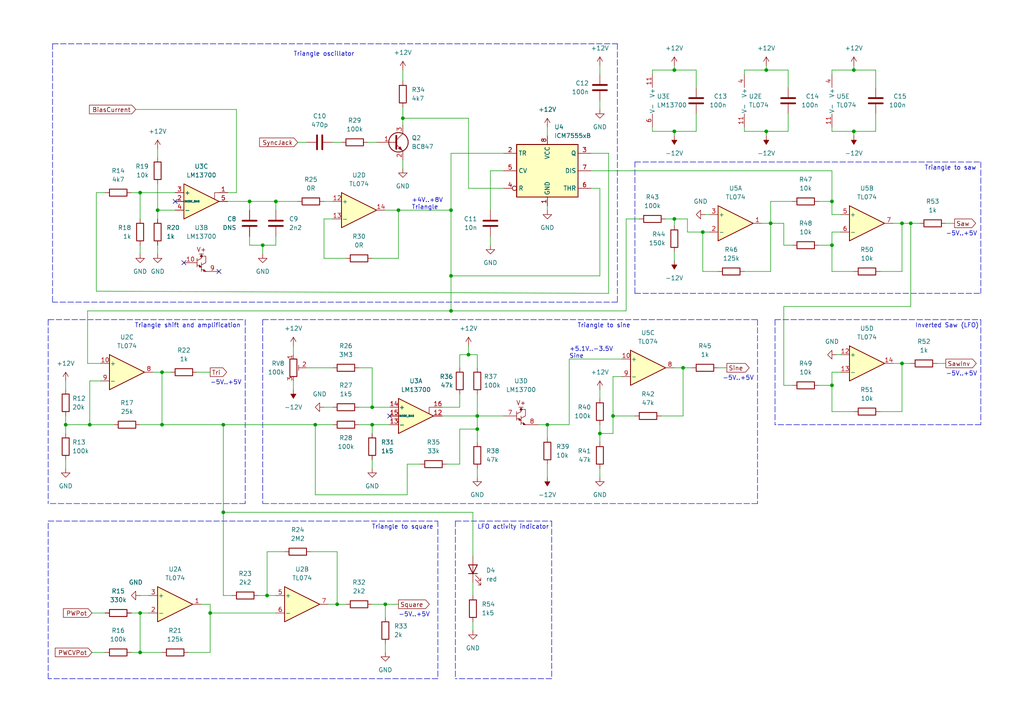
<source format=kicad_sch>
(kicad_sch (version 20211123) (generator eeschema)
  (paper "A4")
  (title_block (title "Oscillator") (date "2022-12-30") (rev "Rev. 1"))
  (lib_symbols
    (symbol "Amplifier_Operational:LM13700" (pin_names (offset 0.127))
      (property "Reference" "U" (at 3.81 5.08 0))
      (property "Value" "LM13700" (at 5.08 -5.08 0))
      (symbol "LM13700_1_1"
        (pin output line (at 7.62 0 180) (length 2.54) (name "~") (number "12"))
        (pin input line (at -7.62 2.54 0) (length 2.54) (name "-") (number "13"))
        (pin input line (at -7.62 -2.54 0) (length 2.54) (name "+") (number "14"))
        (pin input line (at -7.62 0 0) (length 2.54) (name "DIODE_BIAS") (number "15"))
        (pin input line (at 7.62 -2.54 180) (length 2.54) (name "~") (number "16"))
      )
      (symbol "LM13700_2_1"
        (text "V+" (at -2.54 3.81 0) (effects (font (size 1.27 1.27))))
        (pin input line (at -7.62 0 0) (length 3.81) (name "~") (number "10"))
        (pin output line (at 2.54 -2.54 180) (length 3.81) (name "~") (number "9"))
      )
      (symbol "LM13700_3_1"
        (pin input line (at 7.62 -2.54 180) (length 2.54) (name "~") (number "1"))
        (pin input line (at -7.62 0 0) (length 2.54) (name "DIODE_BIAS") (number "2"))
        (pin input line (at -7.62 -2.54 0) (length 2.54) (name "+") (number "3"))
        (pin input line (at -7.62 2.54 0) (length 2.54) (name "-") (number "4"))
        (pin output line (at 7.62 0 180) (length 2.54) (name "~") (number "5"))
      )
      (symbol "LM13700_4_0"
        (text "V+" (at -2.54 3.81 0) (effects (font (size 1.27 1.27))))
      )
      (symbol "LM13700_4_1"
        (pin input line (at -7.62 0 0) (length 3.81) (name "~") (number "7"))
        (pin output line (at 2.54 -2.54 180) (length 3.81) (name "~") (number "8"))
      )
      (symbol "LM13700_5_1"
        (pin power_in line (at -2.54 7.62 270) (length 3.81) (name "V+") (number "11"))
        (pin power_in line (at -2.54 -7.62 90) (length 3.81) (name "V-") (number "6"))
      )
    )
    (symbol "Amplifier_Operational:TL074" (pin_names (offset 0.127))
      (property "Reference" "U" (at 0 5.08 0))
      (property "Value" "TL074" (at 0 -5.08 0))
      (symbol "TL074_1_1"
        (pin output line (at 7.62 0 180) (length 2.54) (name "~") (number "1"))
        (pin input line (at -7.62 -2.54 0) (length 2.54) (name "-") (number "2"))
        (pin input line (at -7.62 2.54 0) (length 2.54) (name "+") (number "3"))
      )
      (symbol "TL074_2_1"
        (pin input line (at -7.62 2.54 0) (length 2.54) (name "+") (number "5"))
        (pin input line (at -7.62 -2.54 0) (length 2.54) (name "-") (number "6"))
        (pin output line (at 7.62 0 180) (length 2.54) (name "~") (number "7"))
      )
      (symbol "TL074_3_1"
        (pin input line (at -7.62 2.54 0) (length 2.54) (name "+") (number "10"))
        (pin output line (at 7.62 0 180) (length 2.54) (name "~") (number "8"))
        (pin input line (at -7.62 -2.54 0) (length 2.54) (name "-") (number "9"))
      )
      (symbol "TL074_4_1"
        (pin input line (at -7.62 2.54 0) (length 2.54) (name "+") (number "12"))
        (pin input line (at -7.62 -2.54 0) (length 2.54) (name "-") (number "13"))
        (pin output line (at 7.62 0 180) (length 2.54) (name "~") (number "14"))
      )
      (symbol "TL074_5_1"
        (pin power_in line (at -2.54 -7.62 90) (length 3.81) (name "V-") (number "11"))
        (pin power_in line (at -2.54 7.62 270) (length 3.81) (name "V+") (number "4"))
      )
    )
    (symbol "Device:C" (pin_numbers hide) (pin_names (offset 0.254))
      (property "Reference" "C" (at 0.635 2.54 0))
      (property "Value" "C" (at 0.635 -2.54 0))
      (symbol "C_1_1"
        (pin passive line (at 0 3.81 270) (length 2.794) (name "~") (number "1"))
        (pin passive line (at 0 -3.81 90) (length 2.794) (name "~") (number "2"))
      )
    )
    (symbol "Device:LED" (pin_numbers hide) (pin_names (offset 1.016) hide)
      (property "Reference" "D" (at 0 2.54 0))
      (property "Value" "LED" (at 0 -2.54 0))
      (symbol "LED_1_1"
        (pin passive line (at -3.81 0 0) (length 2.54) (name "K") (number "1"))
        (pin passive line (at 3.81 0 180) (length 2.54) (name "A") (number "2"))
      )
    )
    (symbol "Device:R" (pin_numbers hide) (pin_names (offset 0))
      (property "Reference" "R" (at 2.032 0 90))
      (property "Value" "R" (at 0 0 90))
      (symbol "R_1_1"
        (pin passive line (at 0 3.81 270) (length 1.27) (name "~") (number "1"))
        (pin passive line (at 0 -3.81 90) (length 1.27) (name "~") (number "2"))
      )
    )
    (symbol "Device:R_Potentiometer_Trim" (pin_names (offset 1.016) hide)
      (property "Reference" "RV" (at -4.445 0 90))
      (property "Value" "R_Potentiometer_Trim" (at -2.54 0 90))
      (symbol "R_Potentiometer_Trim_1_1"
        (pin passive line (at 0 3.81 270) (length 1.27) (name "1") (number "1"))
        (pin passive line (at 3.81 0 180) (length 1.27) (name "2") (number "2"))
        (pin passive line (at 0 -3.81 90) (length 1.27) (name "3") (number "3"))
      )
    )
    (symbol "Timer:ICM7555xB"
      (property "Reference" "U" (at -10.16 8.89 0))
      (property "Value" "ICM7555xB" (at 2.54 8.89 0))
      (symbol "ICM7555xB_0_0"
        (pin power_in line (at 0 -10.16 90) (length 2.54) (name "GND") (number "1"))
        (pin power_in line (at 0 10.16 270) (length 2.54) (name "VCC") (number "8"))
      )
      (symbol "ICM7555xB_1_1"
        (pin input line (at -12.7 5.08 0) (length 3.81) (name "TR") (number "2"))
        (pin output line (at 12.7 5.08 180) (length 3.81) (name "Q") (number "3"))
        (pin input inverted (at -12.7 -5.08 0) (length 3.81) (name "R") (number "4"))
        (pin input line (at -12.7 0 0) (length 3.81) (name "CV") (number "5"))
        (pin input line (at 12.7 -5.08 180) (length 3.81) (name "THR") (number "6"))
        (pin input line (at 12.7 0 180) (length 3.81) (name "DIS") (number "7"))
      )
    )
    (symbol "Transistor_BJT:BC847" (pin_names (offset 0) hide)
      (property "Reference" "Q" (at 5.08 1.905 0))
      (property "Value" "BC847" (at 5.08 0 0))
      (symbol "BC847_1_1"
        (pin input line (at -5.08 0 0) (length 5.715) (name "B") (number "1"))
        (pin passive line (at 2.54 -5.08 90) (length 2.54) (name "E") (number "2"))
        (pin passive line (at 2.54 5.08 270) (length 2.54) (name "C") (number "3"))
      )
    )
    (symbol "power:+12V" (power) (pin_names (offset 0))
      (property "Value" "+12V" (at 0 3.556 0))
      (symbol "+12V_1_1"
        (pin power_in line (at 0 0 90) (length 0) hide (name "+12V") (number "1"))
      )
    )
    (symbol "power:-12V" (power) (pin_names (offset 0))
      (property "Value" "-12V" (at 0 3.81 0))
      (symbol "-12V_0_0"
        (pin power_in line (at 0 0 90) (length 0) hide (name "-12V") (number "1"))
      )
    )
    (symbol "power:GND" (power) (pin_names (offset 0))
      (property "Value" "GND" (at 0 -3.81 0))
      (symbol "GND_1_1"
        (pin power_in line (at 0 0 270) (length 0) hide (name "GND") (number "1"))
      )
    )
  )
  (junction (at 247.65 38.1))
  (junction (at 247.65 20.32))
  (junction (at 130.81 80.01))
  (junction (at 107.95 118.11))
  (junction (at 241.3 58.42))
  (junction (at 173.99 125.73))
  (junction (at 64.77 123.19))
  (junction (at 60.96 177.8))
  (junction (at 138.43 124.46))
  (junction (at 241.3 111.76))
  (junction (at 115.57 60.96))
  (junction (at 40.64 177.8))
  (junction (at 195.58 38.1))
  (junction (at 46.99 123.19))
  (junction (at 107.95 123.19))
  (junction (at 45.72 60.96))
  (junction (at 64.77 148.59))
  (junction (at 138.43 120.65))
  (junction (at 80.01 58.42))
  (junction (at 222.25 38.1))
  (junction (at 130.81 60.96))
  (junction (at 158.75 123.19))
  (junction (at 91.44 123.19))
  (junction (at 261.62 64.77))
  (junction (at 222.25 20.32))
  (junction (at 26.035 123.19))
  (junction (at 177.8 120.65))
  (junction (at 130.81 90.17))
  (junction (at 77.47 172.72))
  (junction (at 261.62 105.41))
  (junction (at 203.835 67.31))
  (junction (at 72.39 58.42))
  (junction (at 76.2 71.12))
  (junction (at 46.99 107.95))
  (junction (at 40.64 55.88))
  (junction (at 223.52 64.77))
  (junction (at 40.64 189.23))
  (junction (at 19.05 123.19))
  (junction (at 116.84 34.29))
  (junction (at 195.58 20.32))
  (junction (at 135.89 102.87))
  (junction (at 198.12 106.68))
  (junction (at 111.76 175.26))
  (junction (at 241.3 71.12))
  (junction (at 97.79 175.26))
  (junction (at 264.16 64.77))
  (junction (at 195.58 63.5))
  (no_connect (at 113.03 120.65))
  (no_connect (at 63.5 78.74))
  (no_connect (at 53.34 76.2))
  (no_connect (at 50.8 58.42))
  (wire (pts (xy 38.1 177.8) (xy 40.64 177.8)))
  (wire (pts (xy 241.3 58.42) (xy 241.3 62.23)))
  (wire (pts (xy 223.52 78.74) (xy 223.52 64.77)))
  (wire (pts (xy 72.39 58.42) (xy 72.39 60.96)))
  (wire (pts (xy 138.43 138.43) (xy 138.43 135.89)))
  (wire (pts (xy 39.37 31.75) (xy 68.58 31.75)))
  (wire (pts (xy 195.58 73.025) (xy 195.58 75.565)))
  (wire (pts (xy 229.87 111.76) (xy 227.33 111.76)))
  (polyline (pts (xy 15.24 12.7) (xy 15.24 87.63)))
  (wire (pts (xy 177.8 125.73) (xy 177.8 120.65)))
  (wire (pts (xy 111.76 175.26) (xy 115.57 175.26)))
  (wire (pts (xy 215.9 36.83) (xy 215.9 38.1)))
  (wire (pts (xy 142.24 49.53) (xy 146.05 49.53)))
  (wire (pts (xy 90.17 160.02) (xy 97.79 160.02)))
  (wire (pts (xy 116.84 31.115) (xy 116.84 34.29)))
  (wire (pts (xy 165.1 104.14) (xy 180.34 104.14)))
  (wire (pts (xy 137.16 180.34) (xy 137.16 182.88)))
  (wire (pts (xy 247.65 38.1) (xy 247.65 39.37)))
  (wire (pts (xy 255.27 78.74) (xy 261.62 78.74)))
  (wire (pts (xy 135.89 102.87) (xy 138.43 102.87)))
  (wire (pts (xy 241.3 20.32) (xy 241.3 21.59)))
  (wire (pts (xy 228.6 38.1) (xy 228.6 33.02)))
  (wire (pts (xy 77.47 172.72) (xy 80.01 172.72)))
  (wire (pts (xy 173.99 125.73) (xy 173.99 128.27)))
  (wire (pts (xy 227.33 88.9) (xy 264.16 88.9)))
  (wire (pts (xy 201.93 33.02) (xy 201.93 38.1)))
  (wire (pts (xy 93.98 63.5) (xy 93.98 74.93)))
  (wire (pts (xy 138.43 120.65) (xy 138.43 124.46)))
  (wire (pts (xy 223.52 58.42) (xy 229.87 58.42)))
  (wire (pts (xy 118.11 134.62) (xy 121.92 134.62)))
  (wire (pts (xy 72.39 71.12) (xy 76.2 71.12)))
  (wire (pts (xy 181.61 63.5) (xy 181.61 90.17)))
  (wire (pts (xy 115.57 60.96) (xy 130.81 60.96)))
  (wire (pts (xy 173.99 113.03) (xy 173.99 115.57)))
  (wire (pts (xy 77.47 172.72) (xy 77.47 160.02)))
  (wire (pts (xy 241.3 111.76) (xy 241.3 119.38)))
  (wire (pts (xy 177.8 120.65) (xy 177.8 109.22)))
  (wire (pts (xy 118.11 143.51) (xy 118.11 134.62)))
  (wire (pts (xy 96.52 63.5) (xy 93.98 63.5)))
  (wire (pts (xy 173.99 19.05) (xy 173.99 21.59)))
  (wire (pts (xy 64.77 123.19) (xy 91.44 123.19)))
  (wire (pts (xy 199.39 67.31) (xy 203.835 67.31)))
  (wire (pts (xy 74.93 172.72) (xy 77.47 172.72)))
  (wire (pts (xy 19.05 123.19) (xy 26.035 123.19)))
  (wire (pts (xy 138.43 102.87) (xy 138.43 106.68)))
  (wire (pts (xy 27.94 84.455) (xy 176.53 85.09)))
  (wire (pts (xy 255.27 119.38) (xy 261.62 119.38)))
  (wire (pts (xy 64.77 148.59) (xy 137.16 148.59)))
  (wire (pts (xy 72.39 68.58) (xy 72.39 71.12)))
  (polyline (pts (xy 13.97 196.85) (xy 13.97 151.13)))
  (wire (pts (xy 203.835 67.31) (xy 203.835 78.74)))
  (wire (pts (xy 80.01 60.96) (xy 80.01 58.42)))
  (wire (pts (xy 133.35 102.87) (xy 135.89 102.87)))
  (wire (pts (xy 201.93 38.1) (xy 195.58 38.1)))
  (wire (pts (xy 85.09 100.33) (xy 85.09 102.87)))
  (wire (pts (xy 208.28 106.68) (xy 210.82 106.68)))
  (wire (pts (xy 158.75 36.83) (xy 158.75 39.37)))
  (wire (pts (xy 93.98 58.42) (xy 96.52 58.42)))
  (wire (pts (xy 237.49 111.76) (xy 241.3 111.76)))
  (wire (pts (xy 80.01 58.42) (xy 86.36 58.42)))
  (wire (pts (xy 107.95 175.26) (xy 111.76 175.26)))
  (wire (pts (xy 46.99 107.95) (xy 44.45 107.95)))
  (wire (pts (xy 247.65 20.32) (xy 241.3 20.32)))
  (wire (pts (xy 40.64 55.88) (xy 50.8 55.88)))
  (polyline (pts (xy 219.71 146.05) (xy 76.2 146.05)))
  (wire (pts (xy 38.1 55.88) (xy 40.64 55.88)))
  (wire (pts (xy 137.16 148.59) (xy 137.16 161.29)))
  (wire (pts (xy 264.16 88.9) (xy 264.16 64.77)))
  (wire (pts (xy 199.39 67.31) (xy 199.39 63.5)))
  (wire (pts (xy 19.05 120.65) (xy 19.05 123.19)))
  (wire (pts (xy 254 20.32) (xy 247.65 20.32)))
  (wire (pts (xy 113.03 118.11) (xy 107.95 118.11)))
  (wire (pts (xy 91.44 123.19) (xy 96.52 123.19)))
  (wire (pts (xy 72.39 58.42) (xy 80.01 58.42)))
  (polyline (pts (xy 13.97 151.13) (xy 127 151.13)))
  (wire (pts (xy 227.33 64.77) (xy 227.33 71.12)))
  (wire (pts (xy 203.835 78.74) (xy 208.28 78.74)))
  (wire (pts (xy 45.72 53.34) (xy 45.72 60.96)))
  (wire (pts (xy 137.16 168.91) (xy 137.16 172.72)))
  (wire (pts (xy 237.49 71.12) (xy 241.3 71.12)))
  (wire (pts (xy 274.32 64.77) (xy 276.86 64.77)))
  (wire (pts (xy 227.33 111.76) (xy 227.33 88.9)))
  (wire (pts (xy 26.67 189.23) (xy 30.48 189.23)))
  (polyline (pts (xy 284.48 123.19) (xy 224.79 123.19)))
  (wire (pts (xy 130.81 80.01) (xy 173.99 80.01)))
  (wire (pts (xy 60.96 175.26) (xy 58.42 175.26)))
  (wire (pts (xy 57.15 107.95) (xy 60.96 107.95)))
  (wire (pts (xy 97.79 175.26) (xy 95.25 175.26)))
  (polyline (pts (xy 71.12 92.71) (xy 71.12 146.05)))
  (wire (pts (xy 104.14 123.19) (xy 107.95 123.19)))
  (polyline (pts (xy 160.02 196.85) (xy 132.08 196.85)))
  (wire (pts (xy 46.99 123.19) (xy 46.99 107.95)))
  (wire (pts (xy 60.96 177.8) (xy 80.01 177.8)))
  (polyline (pts (xy 160.02 151.13) (xy 160.02 196.85)))
  (wire (pts (xy 185.42 63.5) (xy 181.61 63.5)))
  (wire (pts (xy 116.84 34.29) (xy 135.89 34.29)))
  (wire (pts (xy 198.12 120.65) (xy 198.12 106.68)))
  (wire (pts (xy 142.24 68.58) (xy 142.24 71.12)))
  (wire (pts (xy 261.62 64.77) (xy 264.16 64.77)))
  (polyline (pts (xy 127 196.85) (xy 13.97 196.85)))
  (polyline (pts (xy 284.48 46.99) (xy 284.48 85.09)))
  (wire (pts (xy 26.035 110.49) (xy 29.21 110.49)))
  (wire (pts (xy 135.89 102.87) (xy 135.89 100.33)))
  (wire (pts (xy 19.05 113.03) (xy 19.05 110.49)))
  (wire (pts (xy 76.2 71.12) (xy 76.2 73.66)))
  (wire (pts (xy 97.79 160.02) (xy 97.79 175.26)))
  (wire (pts (xy 97.79 175.26) (xy 100.33 175.26)))
  (wire (pts (xy 45.72 60.96) (xy 50.8 60.96)))
  (wire (pts (xy 195.58 106.68) (xy 198.12 106.68)))
  (wire (pts (xy 191.77 120.65) (xy 198.12 120.65)))
  (wire (pts (xy 106.68 41.275) (xy 109.22 41.275)))
  (wire (pts (xy 195.58 38.1) (xy 189.23 38.1)))
  (wire (pts (xy 173.99 54.61) (xy 173.99 80.01)))
  (wire (pts (xy 40.64 55.88) (xy 40.64 63.5)))
  (wire (pts (xy 46.99 123.19) (xy 64.77 123.19)))
  (wire (pts (xy 80.01 71.12) (xy 80.01 68.58)))
  (wire (pts (xy 133.35 134.62) (xy 133.35 124.46)))
  (wire (pts (xy 107.95 106.68) (xy 107.95 118.11)))
  (polyline (pts (xy 15.24 12.7) (xy 179.07 12.7)))
  (wire (pts (xy 40.64 177.8) (xy 43.18 177.8)))
  (wire (pts (xy 173.99 123.19) (xy 173.99 125.73)))
  (wire (pts (xy 158.75 138.43) (xy 158.75 134.62)))
  (wire (pts (xy 222.25 38.1) (xy 222.25 39.37)))
  (wire (pts (xy 215.9 78.74) (xy 223.52 78.74)))
  (polyline (pts (xy 76.2 92.71) (xy 76.2 146.05)))
  (wire (pts (xy 115.57 60.96) (xy 111.76 60.96)))
  (polyline (pts (xy 184.15 46.99) (xy 284.48 46.99)))
  (wire (pts (xy 107.95 74.93) (xy 115.57 74.93)))
  (wire (pts (xy 228.6 20.32) (xy 222.25 20.32)))
  (wire (pts (xy 195.58 38.1) (xy 195.58 39.37)))
  (wire (pts (xy 25.4 105.41) (xy 29.21 105.41)))
  (wire (pts (xy 177.8 109.22) (xy 180.34 109.22)))
  (wire (pts (xy 91.44 123.19) (xy 91.44 143.51)))
  (wire (pts (xy 45.72 71.12) (xy 45.72 73.66)))
  (wire (pts (xy 26.035 123.19) (xy 33.02 123.19)))
  (wire (pts (xy 45.72 43.18) (xy 45.72 45.72)))
  (wire (pts (xy 261.62 64.77) (xy 259.08 64.77)))
  (wire (pts (xy 254 25.4) (xy 254 20.32)))
  (wire (pts (xy 158.75 59.69) (xy 158.75 60.96)))
  (wire (pts (xy 26.035 110.49) (xy 26.035 123.19)))
  (wire (pts (xy 138.43 124.46) (xy 138.43 128.27)))
  (polyline (pts (xy 71.12 146.05) (xy 13.97 146.05)))
  (wire (pts (xy 30.48 55.88) (xy 27.94 55.88)))
  (wire (pts (xy 129.54 134.62) (xy 133.35 134.62)))
  (wire (pts (xy 222.25 38.1) (xy 228.6 38.1)))
  (wire (pts (xy 195.58 63.5) (xy 193.04 63.5)))
  (polyline (pts (xy 179.07 87.63) (xy 15.24 87.63)))
  (wire (pts (xy 128.27 118.11) (xy 133.35 118.11)))
  (wire (pts (xy 241.3 119.38) (xy 247.65 119.38)))
  (wire (pts (xy 25.4 90.17) (xy 130.81 90.17)))
  (wire (pts (xy 135.89 54.61) (xy 146.05 54.61)))
  (wire (pts (xy 173.99 29.21) (xy 173.99 31.75)))
  (wire (pts (xy 237.49 58.42) (xy 241.3 58.42)))
  (wire (pts (xy 40.64 189.23) (xy 46.99 189.23)))
  (polyline (pts (xy 13.97 92.71) (xy 71.12 92.71)))
  (wire (pts (xy 261.62 119.38) (xy 261.62 105.41)))
  (wire (pts (xy 19.05 123.19) (xy 19.05 125.73)))
  (wire (pts (xy 130.81 80.01) (xy 130.81 90.17)))
  (wire (pts (xy 241.3 107.95) (xy 243.84 107.95)))
  (wire (pts (xy 189.23 38.1) (xy 189.23 36.83)))
  (polyline (pts (xy 127 151.13) (xy 127 196.85)))
  (wire (pts (xy 223.52 64.77) (xy 223.52 58.42)))
  (wire (pts (xy 130.81 44.45) (xy 130.81 60.96)))
  (wire (pts (xy 222.25 20.32) (xy 215.9 20.32)))
  (wire (pts (xy 261.62 78.74) (xy 261.62 64.77)))
  (wire (pts (xy 116.84 20.32) (xy 116.84 23.495)))
  (wire (pts (xy 241.3 67.31) (xy 243.84 67.31)))
  (wire (pts (xy 107.95 135.89) (xy 107.95 133.35)))
  (wire (pts (xy 64.77 123.19) (xy 64.77 148.59)))
  (wire (pts (xy 40.64 71.12) (xy 40.64 73.66)))
  (wire (pts (xy 222.25 20.32) (xy 222.25 19.05)))
  (polyline (pts (xy 284.48 92.71) (xy 284.48 123.19)))
  (wire (pts (xy 158.75 123.19) (xy 156.21 123.19)))
  (wire (pts (xy 228.6 25.4) (xy 228.6 20.32)))
  (wire (pts (xy 133.35 124.46) (xy 138.43 124.46)))
  (wire (pts (xy 91.44 143.51) (xy 118.11 143.51)))
  (wire (pts (xy 241.3 67.31) (xy 241.3 71.12)))
  (wire (pts (xy 171.45 54.61) (xy 173.99 54.61)))
  (wire (pts (xy 241.3 49.53) (xy 241.3 58.42)))
  (wire (pts (xy 45.72 60.96) (xy 45.72 63.5)))
  (wire (pts (xy 133.35 118.11) (xy 133.35 114.3)))
  (polyline (pts (xy 132.08 151.13) (xy 160.02 151.13)))
  (wire (pts (xy 173.99 125.73) (xy 177.8 125.73)))
  (wire (pts (xy 68.58 31.75) (xy 68.58 55.88)))
  (wire (pts (xy 241.3 78.74) (xy 247.65 78.74)))
  (wire (pts (xy 66.04 55.88) (xy 68.58 55.88)))
  (wire (pts (xy 261.62 105.41) (xy 264.16 105.41)))
  (wire (pts (xy 241.3 62.23) (xy 243.84 62.23)))
  (wire (pts (xy 195.58 19.05) (xy 195.58 20.32)))
  (wire (pts (xy 173.99 138.43) (xy 173.99 135.89)))
  (wire (pts (xy 223.52 64.77) (xy 220.98 64.77)))
  (wire (pts (xy 60.96 189.23) (xy 60.96 177.8)))
  (wire (pts (xy 195.58 20.32) (xy 201.93 20.32)))
  (wire (pts (xy 40.64 123.19) (xy 46.99 123.19)))
  (wire (pts (xy 135.89 34.29) (xy 135.89 54.61)))
  (polyline (pts (xy 76.2 92.71) (xy 219.71 92.71)))
  (wire (pts (xy 198.12 106.68) (xy 200.66 106.68)))
  (wire (pts (xy 66.04 58.42) (xy 72.39 58.42)))
  (wire (pts (xy 203.835 67.31) (xy 205.74 67.31)))
  (wire (pts (xy 241.3 71.12) (xy 241.3 78.74)))
  (wire (pts (xy 104.14 106.68) (xy 107.95 106.68)))
  (wire (pts (xy 254 38.1) (xy 254 33.02)))
  (wire (pts (xy 204.47 62.23) (xy 205.74 62.23)))
  (wire (pts (xy 116.84 34.29) (xy 116.84 36.195)))
  (wire (pts (xy 111.76 186.69) (xy 111.76 189.23)))
  (wire (pts (xy 201.93 20.32) (xy 201.93 25.4)))
  (wire (pts (xy 40.64 172.72) (xy 43.18 172.72)))
  (wire (pts (xy 86.36 41.275) (xy 88.9 41.275)))
  (wire (pts (xy 130.81 90.17) (xy 181.61 90.17)))
  (wire (pts (xy 189.23 21.59) (xy 189.23 20.32)))
  (wire (pts (xy 27.94 55.88) (xy 27.94 84.455)))
  (wire (pts (xy 195.58 63.5) (xy 195.58 65.405)))
  (wire (pts (xy 215.9 20.32) (xy 215.9 21.59)))
  (wire (pts (xy 176.53 85.09) (xy 176.53 44.45)))
  (wire (pts (xy 85.09 110.49) (xy 85.09 113.03)))
  (wire (pts (xy 54.61 189.23) (xy 60.96 189.23)))
  (wire (pts (xy 138.43 120.65) (xy 146.05 120.65)))
  (polyline (pts (xy 132.08 151.13) (xy 132.08 196.85)))
  (wire (pts (xy 133.35 106.68) (xy 133.35 102.87)))
  (polyline (pts (xy 13.97 92.71) (xy 13.97 146.05)))
  (wire (pts (xy 46.99 107.95) (xy 49.53 107.95)))
  (wire (pts (xy 165.1 123.19) (xy 165.1 104.14)))
  (wire (pts (xy 215.9 38.1) (xy 222.25 38.1)))
  (wire (pts (xy 247.65 20.32) (xy 247.65 19.05)))
  (wire (pts (xy 76.2 71.12) (xy 80.01 71.12)))
  (wire (pts (xy 227.33 71.12) (xy 229.87 71.12)))
  (wire (pts (xy 115.57 74.93) (xy 115.57 60.96)))
  (wire (pts (xy 264.16 64.77) (xy 266.7 64.77)))
  (wire (pts (xy 138.43 114.3) (xy 138.43 120.65)))
  (wire (pts (xy 223.52 64.77) (xy 227.33 64.77)))
  (wire (pts (xy 116.84 46.355) (xy 116.84 48.895)))
  (wire (pts (xy 271.78 105.41) (xy 274.32 105.41)))
  (wire (pts (xy 130.81 60.96) (xy 130.81 80.01)))
  (polyline (pts (xy 224.79 92.71) (xy 284.48 92.71)))
  (wire (pts (xy 158.75 127) (xy 158.75 123.19)))
  (polyline (pts (xy 219.71 92.71) (xy 219.71 146.05)))
  (wire (pts (xy 96.52 118.11) (xy 93.98 118.11)))
  (wire (pts (xy 26.67 177.8) (xy 30.48 177.8)))
  (wire (pts (xy 241.3 36.83) (xy 241.3 38.1)))
  (wire (pts (xy 77.47 160.02) (xy 82.55 160.02)))
  (wire (pts (xy 25.4 105.41) (xy 25.4 90.17)))
  (wire (pts (xy 199.39 63.5) (xy 195.58 63.5)))
  (wire (pts (xy 107.95 123.19) (xy 113.03 123.19)))
  (wire (pts (xy 40.64 189.23) (xy 38.1 189.23)))
  (wire (pts (xy 176.53 44.45) (xy 171.45 44.45)))
  (wire (pts (xy 158.75 123.19) (xy 165.1 123.19)))
  (polyline (pts (xy 179.07 12.7) (xy 179.07 87.63)))
  (wire (pts (xy 64.77 172.72) (xy 67.31 172.72)))
  (polyline (pts (xy 184.15 85.09) (xy 184.15 46.99)))
  (wire (pts (xy 171.45 49.53) (xy 241.3 49.53)))
  (wire (pts (xy 177.8 120.65) (xy 184.15 120.65)))
  (wire (pts (xy 40.64 177.8) (xy 40.64 189.23)))
  (wire (pts (xy 107.95 118.11) (xy 104.14 118.11)))
  (wire (pts (xy 247.65 38.1) (xy 254 38.1)))
  (wire (pts (xy 64.77 148.59) (xy 64.77 172.72)))
  (wire (pts (xy 93.98 74.93) (xy 100.33 74.93)))
  (wire (pts (xy 261.62 105.41) (xy 259.08 105.41)))
  (wire (pts (xy 60.96 177.8) (xy 60.96 175.26)))
  (wire (pts (xy 130.81 44.45) (xy 146.05 44.45)))
  (wire (pts (xy 142.24 60.96) (xy 142.24 49.53)))
  (wire (pts (xy 111.76 175.26) (xy 111.76 179.07)))
  (polyline (pts (xy 224.79 92.71) (xy 224.79 123.19)))
  (wire (pts (xy 241.3 107.95) (xy 241.3 111.76)))
  (wire (pts (xy 19.05 133.35) (xy 19.05 135.89)))
  (wire (pts (xy 96.52 41.275) (xy 99.06 41.275)))
  (wire (pts (xy 128.27 120.65) (xy 138.43 120.65)))
  (wire (pts (xy 242.57 102.87) (xy 243.84 102.87)))
  (wire (pts (xy 88.9 106.68) (xy 96.52 106.68)))
  (wire (pts (xy 107.95 125.73) (xy 107.95 123.19)))
  (wire (pts (xy 241.3 38.1) (xy 247.65 38.1)))
  (polyline (pts (xy 184.15 85.09) (xy 284.48 85.09)))
  (wire (pts (xy 189.23 20.32) (xy 195.58 20.32)))
  (text "-5V..+5V" (at 209.55 110.49 0) (effects (font (size 1.27 1.27)) (justify left bottom)))
  (text "Triangle shift and amplification" (at 69.85 95.25 180) (effects (font (size 1.27 1.27)) (justify right bottom)))
  (text "Triangle to square" (at 125.73 153.67 180) (effects (font (size 1.27 1.27)) (justify right bottom)))
  (text "-5V..+5V" (at 115.57 179.07 0) (effects (font (size 1.27 1.27)) (justify left bottom)))
  (text "-5V..+5V" (at 274.32 68.58 0) (effects (font (size 1.27 1.27)) (justify left bottom)))
  (text "Inverted Saw (LFO)" (at 265.43 95.25 0) (effects (font (size 1.27 1.27)) (justify left bottom)))
  (text "+5.1V..-3.5V\nSine" (at 165.1 104.14 0) (effects (font (size 1.27 1.27)) (justify left bottom)))
  (text "-5V..+5V" (at 274.32 109.22 0) (effects (font (size 1.27 1.27)) (justify left bottom)))
  (text "+4V..+8V\nTriangle" (at 119.38 60.96 0) (effects (font (size 1.27 1.27)) (justify left bottom)))
  (text "Triangle oscillator" (at 85.09 16.51 0) (effects (font (size 1.27 1.27)) (justify left bottom)))
  (text "LFO activity indicator" (at 138.43 153.67 0) (effects (font (size 1.27 1.27)) (justify left bottom)))
  (text "Triangle to saw" (at 283.21 49.53 180) (effects (font (size 1.27 1.27)) (justify right bottom)))
  (text "-5V..+5V" (at 60.96 111.76 0) (effects (font (size 1.27 1.27)) (justify left bottom)))
  (text "Triangle to sine" (at 182.88 95.25 180) (effects (font (size 1.27 1.27)) (justify right bottom)))
  (global_label "Square" (shape output) (at 115.57 175.26 0) (property "Intersheet References" "${INTERSHEET_REFS}" (effects hide)))
  (global_label "Saw" (shape output) (at 276.86 64.77 0) (property "Intersheet References" "${INTERSHEET_REFS}" (effects hide)))
  (global_label "Tri" (shape output) (at 60.96 107.95 0) (property "Intersheet References" "${INTERSHEET_REFS}" (effects hide)))
  (global_label "SawInv" (shape output) (at 274.32 105.41 0) (property "Intersheet References" "${INTERSHEET_REFS}" (effects hide)))
  (global_label "PWCVPot" (shape input) (at 26.67 189.23 180) (property "Intersheet References" "${INTERSHEET_REFS}" (effects hide)))
  (global_label "Sine" (shape output) (at 210.82 106.68 0) (property "Intersheet References" "${INTERSHEET_REFS}" (effects hide)))
  (global_label "SyncJack" (shape input) (at 86.36 41.275 180) (property "Intersheet References" "${INTERSHEET_REFS}" (effects hide)))
  (global_label "BiasCurrent" (shape input) (at 39.37 31.75 180) (property "Intersheet References" "${INTERSHEET_REFS}" (effects hide)))
  (global_label "PWPot" (shape input) (at 26.67 177.8 180) (property "Intersheet References" "${INTERSHEET_REFS}" (effects hide)))
  (symbol (lib_id "Device:R") (at 90.17 58.42 90) (unit 1)
    (property "Reference" "R25" (at 90.17 52.07 90))
    (property "Value" "0R" (at 90.17 54.61 90))
    (property "Footprint" "Resistor_SMD:R_0603_1608Metric_Pad0.98x0.95mm_HandSolder" (effects hide))
  )
  (symbol (lib_id "Device:R") (at 189.23 63.5 90) (unit 1)
    (property "Reference" "R43" (at 189.23 57.15 90))
    (property "Value" "100k" (at 189.23 59.69 90))
    (property "Footprint" "Resistor_SMD:R_0603_1608Metric_Pad0.98x0.95mm_HandSolder" (effects hide))
  )
  (symbol (lib_id "Device:R") (at 138.43 110.49 180) (unit 1)
    (property "Reference" "R37" (at 140.335 109.2199 0) (effects (justify right)))
    (property "Value" "100k" (at 140.335 111.7599 0) (effects (justify right)))
    (property "Footprint" "Resistor_SMD:R_0603_1608Metric_Pad0.98x0.95mm_HandSolder" (effects hide))
  )
  (symbol (lib_id "Device:R") (at 53.34 107.95 90) (unit 1)
    (property "Reference" "R22" (at 53.34 101.6 90))
    (property "Value" "1k" (at 53.34 104.14 90))
    (property "Footprint" "Resistor_SMD:R_0603_1608Metric_Pad0.98x0.95mm_HandSolder" (effects hide))
  )
  (symbol (lib_id "Device:R") (at 19.05 129.54 0) (mirror x) (unit 1)
    (property "Reference" "R13" (at 20.955 128.2699 0) (effects (justify left)))
    (property "Value" "100k" (at 20.955 130.8099 0) (effects (justify left)))
    (property "Footprint" "Resistor_SMD:R_0603_1608Metric_Pad0.98x0.95mm_HandSolder" (effects hide))
  )
  (symbol (lib_id "Timer:ICM7555xB") (at 158.75 49.53 0) (unit 1)
    (property "Reference" "U4" (at 160.7694 36.83 0) (effects (justify left)))
    (property "Value" "ICM7555xB" (at 160.7694 39.37 0) (effects (justify left)))
    (property "Footprint" "Package_SO:SOIC-8_3.9x4.9mm_P1.27mm" (effects hide))
    (property "Datasheet" "http://www.intersil.com/content/dam/Intersil/documents/icm7/icm7555-56.pdf" (effects hide))
  )
  (symbol (lib_id "Device:R") (at 270.51 64.77 90) (unit 1)
    (property "Reference" "R53" (at 270.51 58.42 90))
    (property "Value" "1k" (at 270.51 60.96 90))
    (property "Footprint" "Resistor_SMD:R_0603_1608Metric_Pad0.98x0.95mm_HandSolder" (effects hide))
  )
  (symbol (lib_id "Amplifier_Operational:LM13700") (at 58.42 58.42 0) (mirror x) (unit 3)
    (property "Reference" "U3" (at 58.42 48.26 0))
    (property "Value" "LM13700" (at 58.42 50.8 0))
    (property "Footprint" "Package_SO:SOIC-16_3.9x9.9mm_P1.27mm" (effects hide))
    (property "Datasheet" "http://www.ti.com/lit/ds/symlink/lm13700.pdf" (effects hide))
  )
  (symbol (lib_id "power:+12V") (at 158.75 36.83 0) (unit 1)
    (property "Reference" "#PWR048" (effects hide))
    (property "Value" "+12V" (at 158.75 31.75 0))
  )
  (symbol (lib_id "Amplifier_Operational:TL074") (at 50.8 175.26 0) (unit 1)
    (property "Reference" "U2" (at 50.8 165.1 0))
    (property "Value" "TL074" (at 50.8 167.64 0))
    (property "Footprint" "Package_SO:SOIC-14_3.9x8.7mm_P1.27mm" (effects hide))
    (property "Datasheet" "http://www.ti.com/lit/ds/symlink/tl071.pdf" (effects hide))
  )
  (symbol (lib_id "power:+12V") (at 85.09 100.33 0) (unit 1)
    (property "Reference" "#PWR037" (effects hide))
    (property "Value" "+12V" (at 85.09 95.25 0))
  )
  (symbol (lib_id "power:GND") (at 137.16 182.88 0) (unit 1)
    (property "Reference" "#PWR03" (effects hide))
    (property "Value" "GND" (at 137.16 187.96 0))
  )
  (symbol (lib_id "power:GND") (at 204.47 62.23 270) (unit 1)
    (property "Reference" "#PWR057" (effects hide))
    (property "Value" "GND" (at 203.2 58.42 90))
  )
  (symbol (lib_id "power:+12V") (at 45.72 43.18 0) (unit 1)
    (property "Reference" "#PWR034" (effects hide))
    (property "Value" "+12V" (at 45.72 38.1 0))
  )
  (symbol (lib_id "Device:R") (at 34.29 177.8 90) (unit 1)
    (property "Reference" "R15" (at 34.29 171.45 90))
    (property "Value" "330k" (at 34.29 173.99 90))
    (property "Footprint" "Resistor_SMD:R_0603_1608Metric_Pad0.98x0.95mm_HandSolder" (effects hide))
  )
  (symbol (lib_id "Device:R") (at 45.72 67.31 0) (unit 1)
    (property "Reference" "R20" (at 48.26 66.0399 0) (effects (justify left)))
    (property "Value" "1k" (at 48.26 68.5799 0) (effects (justify left)))
    (property "Footprint" "Resistor_SMD:R_0603_1608Metric_Pad0.98x0.95mm_HandSolder" (effects hide))
  )
  (symbol (lib_id "Transistor_BJT:BC847") (at 114.3 41.275 0) (unit 1)
    (property "Reference" "Q2" (at 119.38 40.0049 0) (effects (justify left)))
    (property "Value" "BC847" (at 119.38 42.5449 0) (effects (justify left)))
    (property "Footprint" "Package_TO_SOT_SMD:SOT-23_Handsoldering" (effects hide))
    (property "Datasheet" "http://www.infineon.com/dgdl/Infineon-BC847SERIES_BC848SERIES_BC849SERIES_BC850SERIES-DS-v01_01-en.pdf?fileId=db3a304314dca389011541d4630a1657" (effects hide))
  )
  (symbol (lib_id "power:GND") (at 40.64 73.66 0) (unit 1)
    (property "Reference" "#PWR032" (effects hide))
    (property "Value" "GND" (at 40.64 78.74 0))
  )
  (symbol (lib_id "Device:R") (at 212.09 78.74 90) (unit 1)
    (property "Reference" "R46" (at 212.09 72.39 90))
    (property "Value" "125k" (at 212.09 74.93 90))
    (property "Footprint" "Resistor_SMD:R_0603_1608Metric_Pad0.98x0.95mm_HandSolder" (effects hide))
  )
  (symbol (lib_id "Amplifier_Operational:LM13700") (at 120.65 120.65 0) (mirror x) (unit 1)
    (property "Reference" "U3" (at 120.65 110.49 0))
    (property "Value" "LM13700" (at 120.65 113.03 0))
    (property "Footprint" "Package_SO:SOIC-16_3.9x9.9mm_P1.27mm" (effects hide))
    (property "Datasheet" "http://www.ti.com/lit/ds/symlink/lm13700.pdf" (effects hide))
  )
  (symbol (lib_id "power:GND") (at 76.2 73.66 0) (unit 1)
    (property "Reference" "#PWR036" (effects hide))
    (property "Value" "GND" (at 76.2 78.74 0))
  )
  (symbol (lib_id "Device:R") (at 100.33 106.68 90) (unit 1)
    (property "Reference" "R26" (at 100.33 100.33 90))
    (property "Value" "3M3" (at 100.33 102.87 90))
    (property "Footprint" "Resistor_SMD:R_0603_1608Metric_Pad0.98x0.95mm_HandSolder" (effects hide))
  )
  (symbol (lib_id "power:GND") (at 138.43 138.43 0) (unit 1)
    (property "Reference" "#PWR045" (effects hide))
    (property "Value" "GND" (at 138.43 143.51 0))
  )
  (symbol (lib_id "Device:R") (at 45.72 49.53 0) (unit 1)
    (property "Reference" "R19" (at 43.18 48.2599 0) (effects (justify right)))
    (property "Value" "10k" (at 43.18 50.7999 0) (effects (justify right)))
    (property "Footprint" "Resistor_SMD:R_0603_1608Metric_Pad0.98x0.95mm_HandSolder" (effects hide))
  )
  (symbol (lib_id "Device:R") (at 138.43 132.08 180) (unit 1)
    (property "Reference" "R38" (at 140.97 130.8099 0) (effects (justify right)))
    (property "Value" "47k" (at 140.97 133.3499 0) (effects (justify right)))
    (property "Footprint" "Resistor_SMD:R_0603_1608Metric_Pad0.98x0.95mm_HandSolder" (effects hide))
  )
  (symbol (lib_id "Device:R") (at 173.99 119.38 180) (unit 1)
    (property "Reference" "R40" (at 171.45 118.1099 0) (effects (justify left)))
    (property "Value" "100k" (at 171.45 120.6499 0) (effects (justify left)))
    (property "Footprint" "Resistor_SMD:R_0603_1608Metric_Pad0.98x0.95mm_HandSolder" (effects hide))
  )
  (symbol (lib_id "power:GND") (at 142.24 71.12 0) (unit 1)
    (property "Reference" "#PWR046" (effects hide))
    (property "Value" "GND" (at 142.24 76.2 0))
  )
  (symbol (lib_id "Device:R") (at 204.47 106.68 270) (unit 1)
    (property "Reference" "R45" (at 204.47 100.33 90))
    (property "Value" "1k" (at 204.47 102.87 90))
    (property "Footprint" "Resistor_SMD:R_0603_1608Metric_Pad0.98x0.95mm_HandSolder" (effects hide))
  )
  (symbol (lib_id "Device:C") (at 228.6 29.21 0) (unit 1)
    (property "Reference" "C14" (at 233.68 27.9399 0) (effects (justify left)))
    (property "Value" "100n" (at 232.41 30.4799 0) (effects (justify left)))
    (property "Footprint" "Capacitor_SMD:C_0603_1608Metric_Pad1.08x0.95mm_HandSolder" (effects hide))
  )
  (symbol (lib_id "Device:R") (at 71.12 172.72 90) (unit 1)
    (property "Reference" "R23" (at 71.12 166.37 90))
    (property "Value" "2k2" (at 71.12 168.91 90))
    (property "Footprint" "Resistor_SMD:R_0603_1608Metric_Pad0.98x0.95mm_HandSolder" (effects hide))
  )
  (symbol (lib_id "Device:R") (at 34.29 55.88 90) (unit 1)
    (property "Reference" "R14" (at 34.29 49.53 90))
    (property "Value" "4k7" (at 34.29 52.07 90))
    (property "Footprint" "Resistor_SMD:R_0603_1608Metric_Pad0.98x0.95mm_HandSolder" (effects hide))
  )
  (symbol (lib_id "Amplifier_Operational:LM13700") (at 191.77 29.21 0) (unit 5)
    (property "Reference" "U3" (at 190.5 27.9399 0) (effects (justify left)))
    (property "Value" "LM13700" (at 190.5 30.4799 0) (effects (justify left)))
    (property "Footprint" "Package_SO:SOIC-16_3.9x9.9mm_P1.27mm" (effects hide))
    (property "Datasheet" "http://www.ti.com/lit/ds/symlink/lm13700.pdf" (effects hide))
  )
  (symbol (lib_id "Device:R") (at 100.33 123.19 90) (unit 1)
    (property "Reference" "R28" (at 100.33 127 90))
    (property "Value" "100k" (at 100.33 129.54 90))
    (property "Footprint" "Resistor_SMD:R_0603_1608Metric_Pad0.98x0.95mm_HandSolder" (effects hide))
  )
  (symbol (lib_id "Amplifier_Operational:TL074") (at 187.96 106.68 0) (unit 3)
    (property "Reference" "U5" (at 187.96 96.52 0))
    (property "Value" "TL074" (at 187.96 99.06 0))
    (property "Footprint" "Package_SO:SOIC-14_3.9x8.7mm_P1.27mm" (effects hide))
    (property "Datasheet" "http://www.ti.com/lit/ds/symlink/tl071.pdf" (effects hide))
  )
  (symbol (lib_id "Device:R") (at 86.36 160.02 90) (unit 1)
    (property "Reference" "R24" (at 86.36 153.67 90))
    (property "Value" "2M2" (at 86.36 156.21 90))
    (property "Footprint" "Resistor_SMD:R_0603_1608Metric_Pad0.98x0.95mm_HandSolder" (effects hide))
  )
  (symbol (lib_id "Amplifier_Operational:TL074") (at 243.84 29.21 0) (unit 5)
    (property "Reference" "U5" (at 242.57 27.9399 0) (effects (justify left)))
    (property "Value" "TL074" (at 242.57 30.4799 0) (effects (justify left)))
    (property "Footprint" "Package_SO:SOIC-14_3.9x8.7mm_P1.27mm" (effects hide))
    (property "Datasheet" "http://www.ti.com/lit/ds/symlink/tl071.pdf" (effects hide))
  )
  (symbol (lib_id "Device:R") (at 34.29 189.23 90) (unit 1)
    (property "Reference" "R16" (at 34.29 182.88 90))
    (property "Value" "100k" (at 34.29 185.42 90))
    (property "Footprint" "Resistor_SMD:R_0603_1608Metric_Pad0.98x0.95mm_HandSolder" (effects hide))
  )
  (symbol (lib_id "Device:R") (at 36.83 123.19 90) (unit 1)
    (property "Reference" "R17" (at 36.83 116.84 90))
    (property "Value" "25k" (at 36.83 119.38 90))
    (property "Footprint" "Resistor_SMD:R_0603_1608Metric_Pad0.98x0.95mm_HandSolder" (effects hide))
  )
  (symbol (lib_id "Amplifier_Operational:TL074") (at 251.46 105.41 0) (unit 4)
    (property "Reference" "U5" (at 251.46 95.25 0))
    (property "Value" "TL074" (at 251.46 97.79 0))
    (property "Footprint" "Package_SO:SOIC-14_3.9x8.7mm_P1.27mm" (effects hide))
    (property "Datasheet" "http://www.ti.com/lit/ds/symlink/tl071.pdf" (effects hide))
  )
  (symbol (lib_id "power:+12V") (at 173.99 113.03 0) (unit 1)
    (property "Reference" "#PWR050" (effects hide))
    (property "Value" "+12V" (at 173.99 107.95 0))
  )
  (symbol (lib_id "power:-12V") (at 85.09 113.03 180) (unit 1)
    (property "Reference" "#PWR0112" (effects hide))
    (property "Value" "-12V" (at 85.09 118.11 0))
  )
  (symbol (lib_id "power:-12V") (at 247.65 39.37 180) (unit 1)
    (property "Reference" "#PWR0111" (effects hide))
    (property "Value" "-12V" (at 247.65 44.45 0))
  )
  (symbol (lib_id "power:GND") (at 173.99 138.43 0) (unit 1)
    (property "Reference" "#PWR051" (effects hide))
    (property "Value" "GND" (at 173.99 143.51 0))
  )
  (symbol (lib_id "Device:R") (at 233.68 111.76 90) (unit 1)
    (property "Reference" "R49" (at 233.68 105.41 90))
    (property "Value" "10k" (at 233.68 107.95 90))
    (property "Footprint" "Resistor_SMD:R_0603_1608Metric_Pad0.98x0.95mm_HandSolder" (effects hide))
  )
  (symbol (lib_id "Device:LED") (at 137.16 165.1 90) (unit 1)
    (property "Reference" "D4" (at 140.97 165.4174 90) (effects (justify right)))
    (property "Value" "red" (at 140.97 167.9574 90) (effects (justify right)))
    (property "Footprint" "LED_THT:LED_D3.0mm_FlatTop" (effects hide))
  )
  (symbol (lib_id "Device:R") (at 137.16 176.53 180) (unit 1)
    (property "Reference" "R54" (at 139.7 175.2599 0) (effects (justify right)))
    (property "Value" "1k5" (at 139.7 177.7999 0) (effects (justify right)))
    (property "Footprint" "Resistor_SMD:R_0603_1608Metric_Pad0.98x0.95mm_HandSolder" (effects hide))
  )
  (symbol (lib_id "Device:R") (at 173.99 132.08 0) (mirror x) (unit 1)
    (property "Reference" "R41" (at 171.45 130.8099 0) (effects (justify right)))
    (property "Value" "47k" (at 171.45 133.3499 0) (effects (justify right)))
    (property "Footprint" "Resistor_SMD:R_0603_1608Metric_Pad0.98x0.95mm_HandSolder" (effects hide))
  )
  (symbol (lib_id "Amplifier_Operational:TL074") (at 213.36 64.77 0) (unit 1)
    (property "Reference" "U5" (at 213.36 54.61 0))
    (property "Value" "TL074" (at 213.36 57.15 0))
    (property "Footprint" "Package_SO:SOIC-14_3.9x8.7mm_P1.27mm" (effects hide))
    (property "Datasheet" "http://www.ti.com/lit/ds/symlink/tl071.pdf" (effects hide))
  )
  (symbol (lib_id "Device:R") (at 50.8 189.23 90) (unit 1)
    (property "Reference" "R21" (at 50.8 182.88 90))
    (property "Value" "125k" (at 50.8 185.42 90))
    (property "Footprint" "Resistor_SMD:R_0603_1608Metric_Pad0.98x0.95mm_HandSolder" (effects hide))
  )
  (symbol (lib_id "Device:R") (at 100.33 118.11 90) (unit 1)
    (property "Reference" "R27" (at 100.33 111.76 90))
    (property "Value" "1k5" (at 100.33 114.3 90))
    (property "Footprint" "Resistor_SMD:R_0603_1608Metric_Pad0.98x0.95mm_HandSolder" (effects hide))
  )
  (symbol (lib_id "Device:R") (at 187.96 120.65 270) (unit 1)
    (property "Reference" "R42" (at 187.96 114.3 90))
    (property "Value" "47k" (at 187.96 116.84 90))
    (property "Footprint" "Resistor_SMD:R_0603_1608Metric_Pad0.98x0.95mm_HandSolder" (effects hide))
  )
  (symbol (lib_id "Device:R") (at 104.14 74.93 90) (unit 1)
    (property "Reference" "R30" (at 104.14 68.58 90))
    (property "Value" "0R" (at 104.14 71.12 90))
    (property "Footprint" "Resistor_SMD:R_0603_1608Metric_Pad0.98x0.95mm_HandSolder" (effects hide))
  )
  (symbol (lib_id "Device:C") (at 80.01 64.77 180) (unit 1)
    (property "Reference" "C9" (at 83.82 63.4999 0) (effects (justify right)))
    (property "Value" "2n2" (at 83.82 66.0399 0) (effects (justify right)))
    (property "Footprint" "Capacitor_SMD:C_0603_1608Metric_Pad1.08x0.95mm_HandSolder" (effects hide))
  )
  (symbol (lib_id "power:GND") (at 173.99 31.75 0) (unit 1)
    (property "Reference" "#PWR053" (effects hide))
    (property "Value" "GND" (at 173.99 36.83 0))
  )
  (symbol (lib_id "power:+12V") (at 135.89 100.33 0) (unit 1)
    (property "Reference" "#PWR044" (effects hide))
    (property "Value" "+12V" (at 135.89 95.25 0))
  )
  (symbol (lib_id "power:+12V") (at 247.65 19.05 0) (unit 1)
    (property "Reference" "#PWR061" (effects hide))
    (property "Value" "+12V" (at 247.65 13.97 0))
  )
  (symbol (lib_id "Device:R") (at 19.05 116.84 0) (mirror y) (unit 1)
    (property "Reference" "R12" (at 20.955 115.5699 0) (effects (justify right)))
    (property "Value" "20k" (at 20.955 118.1099 0) (effects (justify right)))
    (property "Footprint" "Resistor_SMD:R_0603_1608Metric_Pad0.98x0.95mm_HandSolder" (effects hide))
  )
  (symbol (lib_id "power:+12V") (at 195.58 19.05 0) (unit 1)
    (property "Reference" "#PWR054" (effects hide))
    (property "Value" "+12V" (at 195.58 13.97 0))
  )
  (symbol (lib_id "Device:C") (at 72.39 64.77 0) (mirror x) (unit 1)
    (property "Reference" "C8" (at 68.58 63.4999 0) (effects (justify right)))
    (property "Value" "DNS" (at 68.58 66.0399 0) (effects (justify right)))
    (property "Footprint" "Capacitor_SMD:C_0603_1608Metric_Pad1.08x0.95mm_HandSolder" (effects hide))
  )
  (symbol (lib_id "power:GND") (at 158.75 60.96 0) (unit 1)
    (property "Reference" "#PWR049" (effects hide))
    (property "Value" "GND" (at 158.75 66.04 0))
  )
  (symbol (lib_id "Device:C") (at 173.99 25.4 0) (mirror x) (unit 1)
    (property "Reference" "C12" (at 170.815 24.1299 0) (effects (justify right)))
    (property "Value" "100n" (at 170.815 26.6699 0) (effects (justify right)))
    (property "Footprint" "Capacitor_SMD:C_0603_1608Metric_Pad1.08x0.95mm_HandSolder" (effects hide))
  )
  (symbol (lib_id "power:GND") (at 19.05 135.89 0) (unit 1)
    (property "Reference" "#PWR031" (effects hide))
    (property "Value" "GND" (at 19.05 140.97 0))
  )
  (symbol (lib_id "Amplifier_Operational:LM13700") (at 60.96 76.2 0) (unit 2)
    (property "Reference" "U3" (at 58.42 66.04 0))
    (property "Value" "LM13700" (at 58.42 68.58 0))
    (property "Footprint" "Package_SO:SOIC-16_3.9x9.9mm_P1.27mm" (effects hide))
    (property "Datasheet" "http://www.ti.com/lit/ds/symlink/lm13700.pdf" (effects hide))
  )
  (symbol (lib_id "power:GND") (at 40.64 172.72 270) (unit 1)
    (property "Reference" "#PWR033" (effects hide))
    (property "Value" "GND" (at 39.37 168.91 90))
  )
  (symbol (lib_id "Device:C") (at 142.24 64.77 0) (mirror x) (unit 1)
    (property "Reference" "C11" (at 138.43 63.4999 0) (effects (justify right)))
    (property "Value" "10n" (at 138.43 66.0399 0) (effects (justify right)))
    (property "Footprint" "Capacitor_SMD:C_0603_1608Metric_Pad1.08x0.95mm_HandSolder" (effects hide))
  )
  (symbol (lib_id "power:GND") (at 107.95 135.89 0) (unit 1)
    (property "Reference" "#PWR040" (effects hide))
    (property "Value" "GND" (at 107.95 140.97 0))
  )
  (symbol (lib_id "power:GND") (at 242.57 102.87 270) (unit 1)
    (property "Reference" "#PWR060" (effects hide))
    (property "Value" "GND" (at 241.3 99.06 90))
  )
  (symbol (lib_id "Device:R") (at 107.95 129.54 180) (unit 1)
    (property "Reference" "R31" (at 110.49 128.2699 0) (effects (justify right)))
    (property "Value" "1k5" (at 110.49 130.8099 0) (effects (justify right)))
    (property "Footprint" "Resistor_SMD:R_0603_1608Metric_Pad0.98x0.95mm_HandSolder" (effects hide))
  )
  (symbol (lib_id "Device:R") (at 125.73 134.62 90) (unit 1)
    (property "Reference" "R35" (at 125.73 128.27 90))
    (property "Value" "33k" (at 125.73 130.81 90))
    (property "Footprint" "Resistor_SMD:R_0603_1608Metric_Pad0.98x0.95mm_HandSolder" (effects hide))
  )
  (symbol (lib_id "Device:R_Potentiometer_Trim") (at 85.09 106.68 0) (unit 1)
    (property "Reference" "RV8" (at 82.55 105.4099 0) (effects (justify right)))
    (property "Value" "100k" (at 82.55 107.9499 0) (effects (justify right)))
    (property "Footprint" "Potentiometer_THT:Potentiometer_Bourns_3296W_Vertical" (effects hide))
  )
  (symbol (lib_id "power:GND") (at 45.72 73.66 0) (unit 1)
    (property "Reference" "#PWR035" (effects hide))
    (property "Value" "GND" (at 45.72 78.74 0))
  )
  (symbol (lib_id "Device:R") (at 251.46 119.38 90) (unit 1)
    (property "Reference" "R51" (at 251.46 113.03 90))
    (property "Value" "10k" (at 251.46 115.57 90))
    (property "Footprint" "Resistor_SMD:R_0603_1608Metric_Pad0.98x0.95mm_HandSolder" (effects hide))
  )
  (symbol (lib_id "Device:R") (at 251.46 78.74 90) (unit 1)
    (property "Reference" "R50" (at 251.46 72.39 90))
    (property "Value" "10k" (at 251.46 74.93 90))
    (property "Footprint" "Resistor_SMD:R_0603_1608Metric_Pad0.98x0.95mm_HandSolder" (effects hide))
  )
  (symbol (lib_id "power:GND") (at 93.98 118.11 270) (unit 1)
    (property "Reference" "#PWR039" (effects hide))
    (property "Value" "GND" (at 92.71 114.3 90))
  )
  (symbol (lib_id "power:+12V") (at 116.84 20.32 0) (unit 1)
    (property "Reference" "#PWR042" (effects hide))
    (property "Value" "+12V" (at 116.84 15.24 0))
  )
  (symbol (lib_id "Device:C") (at 254 29.21 0) (unit 1)
    (property "Reference" "C15" (at 259.08 27.9399 0) (effects (justify left)))
    (property "Value" "100n" (at 257.81 30.4799 0) (effects (justify left)))
    (property "Footprint" "Capacitor_SMD:C_0603_1608Metric_Pad1.08x0.95mm_HandSolder" (effects hide))
  )
  (symbol (lib_id "power:GND") (at 116.84 48.895 0) (unit 1)
    (property "Reference" "#PWR043" (effects hide))
    (property "Value" "GND" (at 116.84 53.975 0))
  )
  (symbol (lib_id "power:-12V") (at 158.75 138.43 180) (unit 1)
    (property "Reference" "#PWR0107" (effects hide))
    (property "Value" "-12V" (at 158.75 143.51 0))
  )
  (symbol (lib_id "Device:R") (at 133.35 110.49 180) (unit 1)
    (property "Reference" "R36" (at 131.445 109.2199 0) (effects (justify left)))
    (property "Value" "47k" (at 131.445 111.7599 0) (effects (justify left)))
    (property "Footprint" "Resistor_SMD:R_0603_1608Metric_Pad0.98x0.95mm_HandSolder" (effects hide))
  )
  (symbol (lib_id "power:GND") (at 111.76 189.23 0) (unit 1)
    (property "Reference" "#PWR041" (effects hide))
    (property "Value" "GND" (at 111.76 194.31 0))
  )
  (symbol (lib_id "Device:R") (at 233.68 58.42 90) (unit 1)
    (property "Reference" "R47" (at 233.68 52.07 90))
    (property "Value" "10k" (at 233.68 54.61 90))
    (property "Footprint" "Resistor_SMD:R_0603_1608Metric_Pad0.98x0.95mm_HandSolder" (effects hide))
  )
  (symbol (lib_id "Device:R") (at 116.84 27.305 0) (unit 1)
    (property "Reference" "R34" (at 119.38 26.0349 0) (effects (justify left)))
    (property "Value" "4k7" (at 119.38 28.5749 0) (effects (justify left)))
    (property "Footprint" "Resistor_SMD:R_0603_1608Metric_Pad0.98x0.95mm_HandSolder" (effects hide))
  )
  (symbol (lib_id "Device:R") (at 195.58 69.215 0) (mirror x) (unit 1)
    (property "Reference" "R44" (at 193.04 67.9449 0) (effects (justify right)))
    (property "Value" "150k" (at 193.04 70.4849 0) (effects (justify right)))
    (property "Footprint" "Resistor_SMD:R_0603_1608Metric_Pad0.98x0.95mm_HandSolder" (effects hide))
  )
  (symbol (lib_id "Amplifier_Operational:LM13700") (at 153.67 120.65 0) (unit 4)
    (property "Reference" "U3" (at 151.13 110.49 0))
    (property "Value" "LM13700" (at 151.13 113.03 0))
    (property "Footprint" "Package_SO:SOIC-16_3.9x9.9mm_P1.27mm" (effects hide))
    (property "Datasheet" "http://www.ti.com/lit/ds/symlink/lm13700.pdf" (effects hide))
  )
  (symbol (lib_id "Device:C") (at 201.93 29.21 0) (unit 1)
    (property "Reference" "C13" (at 207.01 27.9399 0) (effects (justify left)))
    (property "Value" "100n" (at 205.74 30.4799 0) (effects (justify left)))
    (property "Footprint" "Capacitor_SMD:C_0603_1608Metric_Pad1.08x0.95mm_HandSolder" (effects hide))
  )
  (symbol (lib_id "power:+12V") (at 19.05 110.49 0) (unit 1)
    (property "Reference" "#PWR030" (effects hide))
    (property "Value" "+12V" (at 19.05 105.41 0))
  )
  (symbol (lib_id "Device:R") (at 267.97 105.41 90) (unit 1)
    (property "Reference" "R52" (at 267.97 99.06 90))
    (property "Value" "1k" (at 267.97 101.6 90))
    (property "Footprint" "Resistor_SMD:R_0603_1608Metric_Pad0.98x0.95mm_HandSolder" (effects hide))
  )
  (symbol (lib_id "Amplifier_Operational:TL074") (at 251.46 64.77 0) (unit 2)
    (property "Reference" "U5" (at 251.46 54.61 0))
    (property "Value" "TL074" (at 251.46 57.15 0))
    (property "Footprint" "Package_SO:SOIC-14_3.9x8.7mm_P1.27mm" (effects hide))
    (property "Datasheet" "http://www.ti.com/lit/ds/symlink/tl071.pdf" (effects hide))
  )
  (symbol (lib_id "Device:R") (at 233.68 71.12 90) (unit 1)
    (property "Reference" "R48" (at 233.68 64.77 90))
    (property "Value" "10k" (at 233.68 67.31 90))
    (property "Footprint" "Resistor_SMD:R_0603_1608Metric_Pad0.98x0.95mm_HandSolder" (effects hide))
  )
  (symbol (lib_id "power:-12V") (at 195.58 75.565 180) (unit 1)
    (property "Reference" "#PWR0108" (effects hide))
    (property "Value" "-12V" (at 195.58 80.645 0))
  )
  (symbol (lib_id "Amplifier_Operational:TL074") (at 87.63 175.26 0) (unit 2)
    (property "Reference" "U2" (at 87.63 165.1 0))
    (property "Value" "TL074" (at 87.63 167.64 0))
    (property "Footprint" "Package_SO:SOIC-14_3.9x8.7mm_P1.27mm" (effects hide))
    (property "Datasheet" "http://www.ti.com/lit/ds/symlink/tl071.pdf" (effects hide))
  )
  (symbol (lib_id "power:-12V") (at 222.25 39.37 180) (unit 1)
    (property "Reference" "#PWR0110" (effects hide))
    (property "Value" "-12V" (at 222.25 44.45 0))
  )
  (symbol (lib_id "Amplifier_Operational:TL074") (at 36.83 107.95 0) (unit 3)
    (property "Reference" "U2" (at 36.83 97.79 0))
    (property "Value" "TL074" (at 36.83 100.33 0))
    (property "Footprint" "Package_SO:SOIC-14_3.9x8.7mm_P1.27mm" (effects hide))
    (property "Datasheet" "http://www.ti.com/lit/ds/symlink/tl071.pdf" (effects hide))
  )
  (symbol (lib_id "Device:R") (at 40.64 67.31 0) (mirror x) (unit 1)
    (property "Reference" "R18" (at 38.1 66.0399 0) (effects (justify right)))
    (property "Value" "1k" (at 38.1 68.5799 0) (effects (justify right)))
    (property "Footprint" "Resistor_SMD:R_0603_1608Metric_Pad0.98x0.95mm_HandSolder" (effects hide))
  )
  (symbol (lib_id "Device:R") (at 104.14 175.26 90) (unit 1)
    (property "Reference" "R32" (at 104.14 168.91 90))
    (property "Value" "2k2" (at 104.14 171.45 90))
    (property "Footprint" "Resistor_SMD:R_0603_1608Metric_Pad0.98x0.95mm_HandSolder" (effects hide))
  )
  (symbol (lib_id "power:+12V") (at 173.99 19.05 0) (unit 1)
    (property "Reference" "#PWR052" (effects hide))
    (property "Value" "+12V" (at 173.99 13.97 0))
  )
  (symbol (lib_id "Device:C") (at 92.71 41.275 270) (mirror x) (unit 1)
    (property "Reference" "C10" (at 92.71 33.655 90))
    (property "Value" "470p" (at 92.71 36.195 90))
    (property "Footprint" "Capacitor_SMD:C_0603_1608Metric_Pad1.08x0.95mm_HandSolder" (effects hide))
  )
  (symbol (lib_id "power:+12V") (at 222.25 19.05 0) (unit 1)
    (property "Reference" "#PWR058" (effects hide))
    (property "Value" "+12V" (at 222.25 13.97 0))
  )
  (symbol (lib_id "Amplifier_Operational:TL074") (at 104.14 60.96 0) (unit 4)
    (property "Reference" "U2" (at 104.14 50.8 0))
    (property "Value" "TL074" (at 104.14 53.34 0))
    (property "Footprint" "Package_SO:SOIC-14_3.9x8.7mm_P1.27mm" (effects hide))
    (property "Datasheet" "http://www.ti.com/lit/ds/symlink/tl071.pdf" (effects hide))
  )
  (symbol (lib_id "power:-12V") (at 195.58 39.37 180) (unit 1)
    (property "Reference" "#PWR0109" (effects hide))
    (property "Value" "-12V" (at 195.58 44.45 0))
  )
  (symbol (lib_id "Device:R") (at 158.75 130.81 180) (unit 1)
    (property "Reference" "R39" (at 161.29 129.5399 0) (effects (justify right)))
    (property "Value" "10k" (at 161.29 132.0799 0) (effects (justify right)))
    (property "Footprint" "Resistor_SMD:R_0603_1608Metric_Pad0.98x0.95mm_HandSolder" (effects hide))
  )
  (symbol (lib_id "Amplifier_Operational:TL074") (at 218.44 29.21 0) (unit 5)
    (property "Reference" "U2" (at 217.17 27.9399 0) (effects (justify left)))
    (property "Value" "TL074" (at 217.17 30.4799 0) (effects (justify left)))
    (property "Footprint" "Package_SO:SOIC-14_3.9x8.7mm_P1.27mm" (effects hide))
    (property "Datasheet" "http://www.ti.com/lit/ds/symlink/tl071.pdf" (effects hide))
  )
  (symbol (lib_id "Device:R") (at 102.87 41.275 90) (unit 1)
    (property "Reference" "R29" (at 102.87 34.925 90))
    (property "Value" "100k" (at 102.87 37.465 90))
    (property "Footprint" "Resistor_SMD:R_0603_1608Metric_Pad0.98x0.95mm_HandSolder" (effects hide))
  )
  (symbol (lib_id "Device:R") (at 111.76 182.88 180) (unit 1)
    (property "Reference" "R33" (at 114.3 181.6099 0) (effects (justify right)))
    (property "Value" "2k" (at 114.3 184.1499 0) (effects (justify right)))
    (property "Footprint" "Resistor_SMD:R_0603_1608Metric_Pad0.98x0.95mm_HandSolder" (effects hide))
  )
)
</source>
